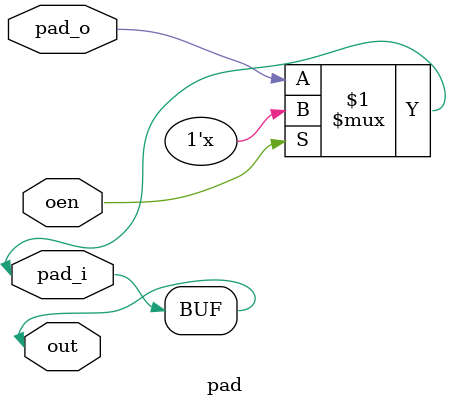
<source format=sv>
module pad(input pad_i, input pad_o, input oen, inout out);
    
    assign out    = oen? 1'bz : pad_o;  
    assign pad_i  = out;  

endmodule

</source>
